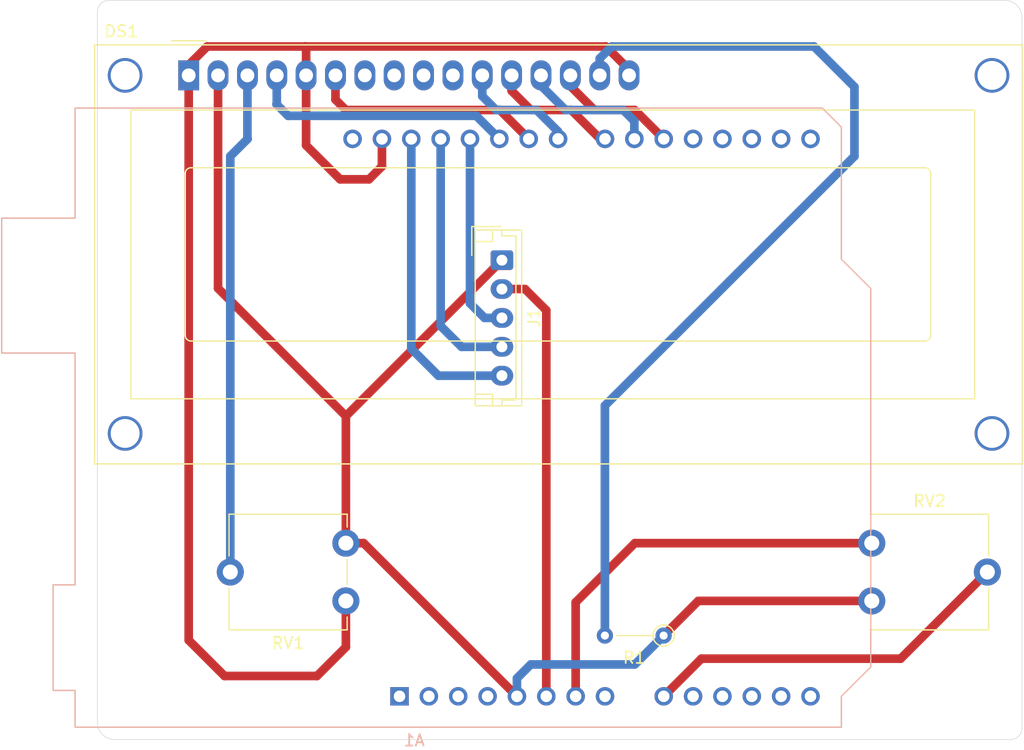
<source format=kicad_pcb>
(kicad_pcb (version 20241229) (generator "pcbnew") (generator_version "9.0")
  (layers (0 "F.Cu" signal) (2 "B.Cu" signal) (13 "F.Paste" user) (15 "B.Paste" user) (5 "F.SilkS" user "F.Silkscreen") (7 "B.SilkS" user "B.Silkscreen") (1 "F.Mask" user) (3 "B.Mask" user) (25 "Edge.Cuts" user))
  (net 0 "")
  (net 2 "Net-(A1-D13)")
  (net 4 "Net-(A1-D9)")
  (net 6 "Net-(A1-GND-Pad7)")
  (net 10 "Net-(A1-D8)")
  (net 15 "Net-(A1-D10)")
  (net 16 "Net-(A1-+5V)")
  (net 17 "Net-(A1-A0)")
  (net 19 "Net-(A1-D11)")
  (net 20 "Net-(DS1-LED(-))")
  (net 23 "Net-(J1-Pin_2)")
  (net 24 "Net-(A1-D12)")
  (net 30 "Net-(DS1-VO)")
  (net 31 "Net-(DS1-LED(+))")
  (net 32 "Net-(A1-D7)")
  (net 33 "Net-(A1-D6)")
  (net 34 "Net-(A1-D5)")
  (footprint "Connector_JST:JST_EH_B5B-EH-A_1x05_P2.50mm_Vertical" (layer "F.Cu") (at 82 115 -90)
    (property "Reference" "J1" (at 5 -2.8 90) (layer "F.SilkS"))
    (property "Value" "Conn_01x05_Pin")
    (fp_line (start -2.91 2.61) (end -0.41 2.61) (stroke (width 0.12)) (layer "F.SilkS"))
    (fp_line (start -2.61 0.81) (end -1.61 0.81) (stroke (width 0.12)) (layer "F.SilkS"))
    (fp_line (start -1.61 0.81) (end -1.61 2.31) (stroke (width 0.12)) (layer "F.SilkS"))
    (fp_line (start 11.61 0.81) (end 11.61 2.31) (stroke (width 0.12)) (layer "F.SilkS"))
    (fp_line (start 12.61 0.81) (end 11.61 0.81) (stroke (width 0.12)) (layer "F.SilkS"))
    (fp_line (start -2.91 0.11) (end -2.91 2.61) (stroke (width 0.12)) (layer "F.SilkS"))
    (fp_line (start -2.61 0) (end -2.11 0) (stroke (width 0.12)) (layer "F.SilkS"))
    (fp_line (start -2.11 0) (end -2.11 -1.21) (stroke (width 0.12)) (layer "F.SilkS"))
    (fp_line (start 12.11 0) (end 12.61 0) (stroke (width 0.12)) (layer "F.SilkS"))
    (fp_line (start -2.11 -1.21) (end 12.11 -1.21) (stroke (width 0.12)) (layer "F.SilkS"))
    (fp_line (start 12.11 -1.21) (end 12.11 0) (stroke (width 0.12)) (layer "F.SilkS"))
    (fp_rect (start -2.61 -1.71) (end 12.61 2.31) (stroke (width 0.12)) (fill no) (layer "F.SilkS"))
    (pad "1" thru_hole roundrect (at 0 0 270) (size 1.7 1.95) (drill 0.95) (layers "*.Cu" "*.Mask") (roundrect_rratio 0.147059) (net 16 "Net-(A1-+5V)"))
    (pad "2" thru_hole oval (at 2.5 0 270) (size 1.7 1.95) (drill 0.95) (layers "*.Cu" "*.Mask") (net 23 "Net-(J1-Pin_2)"))
    (pad "3" thru_hole oval (at 5 0 270) (size 1.7 1.95) (drill 0.95) (layers "*.Cu" "*.Mask") (net 19 "Net-(A1-D11)"))
    (pad "4" thru_hole oval (at 7.5 0 270) (size 1.7 1.95) (drill 0.95) (layers "*.Cu" "*.Mask") (net 24 "Net-(A1-D12)"))
    (pad "5" thru_hole oval (at 10 0 270) (size 1.7 1.95) (drill 0.95) (layers "*.Cu" "*.Mask") (net 2 "Net-(A1-D13)"))
  )
  (footprint "Display:WC1602A" (layer "F.Cu") (at 54.9 99)
    (property "Reference" "DS1" (at -5.82 -3.81 0) (layer "F.SilkS"))
    (property "Value" "WC1602A")
    (fp_line (start -8.14 -2.64) (end -8.14 33.64) (stroke (width 0.12)) (layer "F.SilkS"))
    (fp_line (start -8.14 33.64) (end 72.14 33.64) (stroke (width 0.12)) (layer "F.SilkS"))
    (fp_line (start -8.13 -2.64) (end -7.34 -2.64) (stroke (width 0.12)) (layer "F.SilkS"))
    (fp_line (start -5 3) (end 68 3) (stroke (width 0.12)) (layer "F.SilkS"))
    (fp_line (start -5 28) (end -5 3) (stroke (width 0.12)) (layer "F.SilkS"))
    (fp_line (start -1.5 -3) (end 1.5 -3) (stroke (width 0.12)) (layer "F.SilkS"))
    (fp_line (start -0.29972 22.49932) (end -0.29972 8.5) (stroke (width 0.12)) (layer "F.SilkS"))
    (fp_line (start 0.2 8) (end 63.7 8) (stroke (width 0.12)) (layer "F.SilkS"))
    (fp_line (start 63.70066 23) (end 0.2 23) (stroke (width 0.12)) (layer "F.SilkS"))
    (fp_line (start 64.2 8.5) (end 64.2 22.5) (stroke (width 0.12)) (layer "F.SilkS"))
    (fp_line (start 68 3) (end 68 28) (stroke (width 0.12)) (layer "F.SilkS"))
    (fp_line (start 68 28) (end -5 28) (stroke (width 0.12)) (layer "F.SilkS"))
    (fp_line (start 72.14 -2.64) (end -7.34 -2.64) (stroke (width 0.12)) (layer "F.SilkS"))
    (fp_line (start 72.14 33.64) (end 72.14 -2.64) (stroke (width 0.12)) (layer "F.SilkS"))
    (fp_arc (start -0.29972 8.49884) (mid -0.153162 8.145018) (end 0.20066 7.99846) (stroke (width 0.12)) (layer "F.SilkS"))
    (fp_arc (start 0.20066 22.9997) (mid -0.153162 22.853142) (end -0.29972 22.49932) (stroke (width 0.12)) (layer "F.SilkS"))
    (fp_arc (start 63.7 8) (mid 64.053553 8.146447) (end 64.2 8.5) (stroke (width 0.12)) (layer "F.SilkS"))
    (fp_arc (start 64.20104 22.49932) (mid 64.054482 22.853142) (end 63.70066 22.9997) (stroke (width 0.12)) (layer "F.SilkS"))
    (pad "" thru_hole circle (at -5.4991 0) (size 3 3) (drill 2.5) (layers "*.Cu" "*.Mask"))
    (pad "" thru_hole circle (at -5.4991 31.0007) (size 3 3) (drill 2.5) (layers "*.Cu" "*.Mask"))
    (pad "" thru_hole circle (at 69.49948 31.0007) (size 3 3) (drill 2.5) (layers "*.Cu" "*.Mask"))
    (pad "" thru_hole circle (at 69.5 0) (size 3 3) (drill 2.5) (layers "*.Cu" "*.Mask"))
    (pad "1" thru_hole rect (at 0 0) (size 1.8 2.6) (drill 1.2) (layers "*.Cu" "*.Mask") (net 20 "Net-(DS1-LED(-))"))
    (pad "2" thru_hole oval (at 2.54 0) (size 1.8 2.6) (drill 1.2) (layers "*.Cu" "*.Mask") (net 16 "Net-(A1-+5V)"))
    (pad "3" thru_hole oval (at 5.08 0) (size 1.8 2.6) (drill 1.2) (layers "*.Cu" "*.Mask") (net 30 "Net-(DS1-VO)"))
    (pad "4" thru_hole oval (at 7.62 0) (size 1.8 2.6) (drill 1.2) (layers "*.Cu" "*.Mask") (net 15 "Net-(A1-D10)"))
    (pad "5" thru_hole oval (at 10.16 0) (size 1.8 2.6) (drill 1.2) (layers "*.Cu" "*.Mask") (net 20 "Net-(DS1-LED(-))"))
    (pad "6" thru_hole oval (at 12.7 0) (size 1.8 2.6) (drill 1.2) (layers "*.Cu" "*.Mask") (net 4 "Net-(A1-D9)"))
    (pad "7" thru_hole oval (at 15.24 0) (size 1.8 2.6) (drill 1.2) (layers "*.Cu" "*.Mask"))
    (pad "8" thru_hole oval (at 17.78 0) (size 1.8 2.6) (drill 1.2) (layers "*.Cu" "*.Mask"))
    (pad "9" thru_hole oval (at 20.32 0) (size 1.8 2.6) (drill 1.2) (layers "*.Cu" "*.Mask"))
    (pad "10" thru_hole oval (at 22.86 0) (size 1.8 2.6) (drill 1.2) (layers "*.Cu" "*.Mask"))
    (pad "11" thru_hole oval (at 25.4 0) (size 1.8 2.6) (drill 1.2) (layers "*.Cu" "*.Mask") (net 10 "Net-(A1-D8)"))
    (pad "12" thru_hole oval (at 27.94 0) (size 1.8 2.6) (drill 1.2) (layers "*.Cu" "*.Mask") (net 32 "Net-(A1-D7)"))
    (pad "13" thru_hole oval (at 30.48 0) (size 1.8 2.6) (drill 1.2) (layers "*.Cu" "*.Mask") (net 33 "Net-(A1-D6)"))
    (pad "14" thru_hole oval (at 33.02 0) (size 1.8 2.6) (drill 1.2) (layers "*.Cu" "*.Mask") (net 34 "Net-(A1-D5)"))
    (pad "15" thru_hole oval (at 35.56 0) (size 1.8 2.6) (drill 1.2) (layers "*.Cu" "*.Mask") (net 31 "Net-(DS1-LED(+))"))
    (pad "16" thru_hole oval (at 38.1 0) (size 1.8 2.6) (drill 1.2) (layers "*.Cu" "*.Mask") (net 20 "Net-(DS1-LED(-))"))
  )
  (footprint "Potentiometer_THT:Potentiometer_ACP_CA9-V10_Vertical" (layer "F.Cu") (at 68.5 139.5 180)
    (property "Reference" "RV1" (at 5 -8.65 0) (layer "F.SilkS"))
    (property "Value" "R_Potentiometer")
    (fp_line (start 10.11 2.51) (end -0.11 2.51) (stroke (width 0.12)) (layer "F.SilkS"))
    (fp_line (start 10.11 -1.104) (end 10.11 2.51) (stroke (width 0.12)) (layer "F.SilkS"))
    (fp_line (start 10.11 -7.51) (end 10.11 -3.896) (stroke (width 0.12)) (layer "F.SilkS"))
    (fp_line (start -0.11 2.51) (end -0.11 1.396) (stroke (width 0.12)) (layer "F.SilkS"))
    (fp_line (start -0.11 -1.396) (end -0.11 -3.604) (stroke (width 0.12)) (layer "F.SilkS"))
    (fp_line (start -0.11 -6.396) (end -0.11 -7.51) (stroke (width 0.12)) (layer "F.SilkS"))
    (fp_line (start -0.11 -7.51) (end 10.11 -7.51) (stroke (width 0.12)) (layer "F.SilkS"))
    (pad "1" thru_hole circle (at 0 0 180) (size 2.34 2.34) (drill 1.3) (layers "*.Cu" "*.Mask") (net 16 "Net-(A1-+5V)"))
    (pad "2" thru_hole circle (at 10 -2.5 180) (size 2.34 2.34) (drill 1.3) (layers "*.Cu" "*.Mask") (net 30 "Net-(DS1-VO)"))
    (pad "3" thru_hole circle (at 0 -5 180) (size 2.34 2.34) (drill 1.3) (layers "*.Cu" "*.Mask") (net 20 "Net-(DS1-LED(-))"))
  )
  (footprint "Resistor_THT:R_Axial_DIN0204_L3.6mm_D1.6mm_P5.08mm_Vertical" (layer "F.Cu") (at 95.99 147.5 180)
    (property "Reference" "R1" (at 2.54 -1.92 0) (layer "F.SilkS"))
    (property "Value" "220")
    (fp_line (start 0.92 0) (end 4.08 0) (stroke (width 0.12)) (layer "F.SilkS"))
    (fp_circle (center 0 0) (end 0.92 0) (stroke (width 0.12)) (fill no) (layer "F.SilkS"))
    (pad "1" thru_hole circle (at 0 0 180) (size 1.4 1.4) (drill 0.7) (layers "*.Cu" "*.Mask") (net 16 "Net-(A1-+5V)"))
    (pad "2" thru_hole circle (at 5.08 0 180) (size 1.4 1.4) (drill 0.7) (layers "*.Cu" "*.Mask") (net 31 "Net-(DS1-LED(+))"))
  )
  (footprint "Potentiometer_THT:Potentiometer_ACP_CA9-V10_Vertical" (layer "F.Cu") (at 114 144.5)
    (property "Reference" "RV2" (at 5 -8.65 0) (layer "F.SilkS"))
    (property "Value" "R_Potentiometer")
    (fp_line (start -0.11 -7.51) (end 10.11 -7.51) (stroke (width 0.12)) (layer "F.SilkS"))
    (fp_line (start -0.11 -6.396) (end -0.11 -7.51) (stroke (width 0.12)) (layer "F.SilkS"))
    (fp_line (start -0.11 -1.396) (end -0.11 -3.604) (stroke (width 0.12)) (layer "F.SilkS"))
    (fp_line (start -0.11 2.51) (end -0.11 1.396) (stroke (width 0.12)) (layer "F.SilkS"))
    (fp_line (start 10.11 -7.51) (end 10.11 -3.896) (stroke (width 0.12)) (layer "F.SilkS"))
    (fp_line (start 10.11 -1.104) (end 10.11 2.51) (stroke (width 0.12)) (layer "F.SilkS"))
    (fp_line (start 10.11 2.51) (end -0.11 2.51) (stroke (width 0.12)) (layer "F.SilkS"))
    (pad "1" thru_hole circle (at 0 0) (size 2.34 2.34) (drill 1.3) (layers "*.Cu" "*.Mask") (net 16 "Net-(A1-+5V)"))
    (pad "2" thru_hole circle (at 10 -2.5) (size 2.34 2.34) (drill 1.3) (layers "*.Cu" "*.Mask") (net 17 "Net-(A1-A0)"))
    (pad "3" thru_hole circle (at 0 -5) (size 2.34 2.34) (drill 1.3) (layers "*.Cu" "*.Mask") (net 6 "Net-(A1-GND-Pad7)"))
  )
  (footprint "Module:Arduino_UNO_R2" (layer "B.Cu") (at 73.14 152.76)
    (property "Reference" "A1" (at 1.27 3.81 0) (layer "B.SilkS") (effects (justify mirror)))
    (property "Value" "Arduino_UNO_R2")
    (fp_line (start -34.42 -41.4) (end -28.07 -41.4) (stroke (width 0.12)) (layer "B.SilkS"))
    (fp_line (start -34.42 -29.72) (end -34.42 -41.4) (stroke (width 0.12)) (layer "B.SilkS"))
    (fp_line (start -29.97 -9.65) (end -28.07 -9.65) (stroke (width 0.12)) (layer "B.SilkS"))
    (fp_line (start -29.97 -0.51) (end -29.97 -9.65) (stroke (width 0.12)) (layer "B.SilkS"))
    (fp_line (start -28.07 -50.93) (end 36.58 -50.93) (stroke (width 0.12)) (layer "B.SilkS"))
    (fp_line (start -28.07 -41.4) (end -28.07 -50.93) (stroke (width 0.12)) (layer "B.SilkS"))
    (fp_line (start -28.07 -29.72) (end -34.42 -29.72) (stroke (width 0.12)) (layer "B.SilkS"))
    (fp_line (start -28.07 -9.65) (end -28.07 -29.72) (stroke (width 0.12)) (layer "B.SilkS"))
    (fp_line (start -28.07 -0.51) (end -29.97 -0.51) (stroke (width 0.12)) (layer "B.SilkS"))
    (fp_line (start -28.07 2.67) (end -28.07 -0.51) (stroke (width 0.12)) (layer "B.SilkS"))
    (fp_line (start 36.58 -50.93) (end 38.23 -49.28) (stroke (width 0.12)) (layer "B.SilkS"))
    (fp_line (start 38.23 -49.28) (end 38.23 -37.85) (stroke (width 0.12)) (layer "B.SilkS"))
    (fp_line (start 38.23 -37.85) (end 40.77 -35.31) (stroke (width 0.12)) (layer "B.SilkS"))
    (fp_line (start 38.23 0) (end 38.23 2.67) (stroke (width 0.12)) (layer "B.SilkS"))
    (fp_line (start 38.23 2.67) (end -28.07 2.67) (stroke (width 0.12)) (layer "B.SilkS"))
    (fp_line (start 40.77 -35.31) (end 40.77 -2.54) (stroke (width 0.12)) (layer "B.SilkS"))
    (fp_line (start 40.77 -2.54) (end 38.23 0) (stroke (width 0.12)) (layer "B.SilkS"))
    (pad "1" thru_hole rect (at 0 0 270) (size 1.6 1.6) (drill 1) (layers "*.Cu" "*.Mask"))
    (pad "2" thru_hole oval (at 2.54 0 270) (size 1.6 1.6) (drill 1) (layers "*.Cu" "*.Mask"))
    (pad "3" thru_hole oval (at 5.08 0 270) (size 1.6 1.6) (drill 1) (layers "*.Cu" "*.Mask"))
    (pad "4" thru_hole oval (at 7.62 0 270) (size 1.6 1.6) (drill 1) (layers "*.Cu" "*.Mask"))
    (pad "5" thru_hole oval (at 10.16 0 270) (size 1.6 1.6) (drill 1) (layers "*.Cu" "*.Mask") (net 16 "Net-(A1-+5V)"))
    (pad "6" thru_hole oval (at 12.7 0 270) (size 1.6 1.6) (drill 1) (layers "*.Cu" "*.Mask") (net 23 "Net-(J1-Pin_2)"))
    (pad "7" thru_hole oval (at 15.24 0 270) (size 1.6 1.6) (drill 1) (layers "*.Cu" "*.Mask") (net 6 "Net-(A1-GND-Pad7)"))
    (pad "8" thru_hole oval (at 17.78 0 270) (size 1.6 1.6) (drill 1) (layers "*.Cu" "*.Mask"))
    (pad "9" thru_hole oval (at 22.86 0 270) (size 1.6 1.6) (drill 1) (layers "*.Cu" "*.Mask") (net 17 "Net-(A1-A0)"))
    (pad "10" thru_hole oval (at 25.4 0 270) (size 1.6 1.6) (drill 1) (layers "*.Cu" "*.Mask"))
    (pad "11" thru_hole oval (at 27.94 0 270) (size 1.6 1.6) (drill 1) (layers "*.Cu" "*.Mask"))
    (pad "12" thru_hole oval (at 30.48 0 270) (size 1.6 1.6) (drill 1) (layers "*.Cu" "*.Mask"))
    (pad "13" thru_hole oval (at 33.02 0 270) (size 1.6 1.6) (drill 1) (layers "*.Cu" "*.Mask"))
    (pad "14" thru_hole oval (at 35.56 0 270) (size 1.6 1.6) (drill 1) (layers "*.Cu" "*.Mask"))
    (pad "15" thru_hole oval (at 35.56 -48.26 270) (size 1.6 1.6) (drill 1) (layers "*.Cu" "*.Mask"))
    (pad "16" thru_hole oval (at 33.02 -48.26 270) (size 1.6 1.6) (drill 1) (layers "*.Cu" "*.Mask"))
    (pad "17" thru_hole oval (at 30.48 -48.26 270) (size 1.6 1.6) (drill 1) (layers "*.Cu" "*.Mask"))
    (pad "18" thru_hole oval (at 27.94 -48.26 270) (size 1.6 1.6) (drill 1) (layers "*.Cu" "*.Mask"))
    (pad "19" thru_hole oval (at 25.4 -48.26 270) (size 1.6 1.6) (drill 1) (layers "*.Cu" "*.Mask"))
    (pad "20" thru_hole oval (at 22.86 -48.26 270) (size 1.6 1.6) (drill 1) (layers "*.Cu" "*.Mask") (net 34 "Net-(A1-D5)"))
    (pad "21" thru_hole oval (at 20.32 -48.26 270) (size 1.6 1.6) (drill 1) (layers "*.Cu" "*.Mask") (net 33 "Net-(A1-D6)"))
    (pad "22" thru_hole oval (at 17.78 -48.26 270) (size 1.6 1.6) (drill 1) (layers "*.Cu" "*.Mask") (net 32 "Net-(A1-D7)"))
    (pad "23" thru_hole oval (at 13.72 -48.26 270) (size 1.6 1.6) (drill 1) (layers "*.Cu" "*.Mask") (net 10 "Net-(A1-D8)"))
    (pad "24" thru_hole oval (at 11.18 -48.26 270) (size 1.6 1.6) (drill 1) (layers "*.Cu" "*.Mask") (net 4 "Net-(A1-D9)"))
    (pad "25" thru_hole oval (at 8.64 -48.26 270) (size 1.6 1.6) (drill 1) (layers "*.Cu" "*.Mask") (net 15 "Net-(A1-D10)"))
    (pad "26" thru_hole oval (at 6.1 -48.26 270) (size 1.6 1.6) (drill 1) (layers "*.Cu" "*.Mask") (net 19 "Net-(A1-D11)"))
    (pad "27" thru_hole oval (at 3.56 -48.26 270) (size 1.6 1.6) (drill 1) (layers "*.Cu" "*.Mask") (net 24 "Net-(A1-D12)"))
    (pad "28" thru_hole oval (at 1.02 -48.26 270) (size 1.6 1.6) (drill 1) (layers "*.Cu" "*.Mask") (net 2 "Net-(A1-D13)"))
    (pad "29" thru_hole oval (at -1.52 -48.26 270) (size 1.6 1.6) (drill 1) (layers "*.Cu" "*.Mask") (net 20 "Net-(DS1-LED(-))"))
    (pad "30" thru_hole oval (at -4.06 -48.26 270) (size 1.6 1.6) (drill 1) (layers "*.Cu" "*.Mask"))
  )
  (gr_arc (start 125.5 92.5) (mid 126.56066 92.93934) (end 127 94) (stroke (width 0.05)) (layer "Edge.Cuts"))
  (gr_arc (start 48.5 156.5) (mid 47.43934 156.06066) (end 47 155) (stroke (width 0.05)) (layer "Edge.Cuts"))
  (gr_arc (start 127 155.5) (mid 126.707107 156.207107) (end 126 156.5) (stroke (width 0.05)) (layer "Edge.Cuts"))
  (gr_line (start 125.5 92.5) (end 48 92.5) (stroke (width 0.05)) (layer "Edge.Cuts"))
  (gr_line (start 126 156.5) (end 48.5 156.5) (stroke (width 0.05)) (layer "Edge.Cuts"))
  (gr_arc (start 47 93.5) (mid 47.292893 92.792893) (end 48 92.5) (stroke (width 0.05)) (layer "Edge.Cuts"))
  (gr_line (start 127 94) (end 127 155.5) (stroke (width 0.05)) (layer "Edge.Cuts"))
  (gr_line (start 47 155) (end 47 93.5) (stroke (width 0.05)) (layer "Edge.Cuts"))
  (segment (start 74.16 122.66) (end 76.5 125) (width 0.75) (layer "B.Cu") (net 2))
  (segment (start 76.5 125) (end 82 125) (width 0.75) (layer "B.Cu") (net 2))
  (segment (start 74.16 104.5) (end 74.16 122.66) (width 0.75) (layer "B.Cu") (net 2))
  (segment (start 67.6 101.1) (end 68.5 102) (width 0.75) (layer "F.Cu") (net 4))
  (segment (start 67.6 99) (end 67.6 101.1) (width 0.75) (layer "F.Cu") (net 4))
  (segment (start 81.82 102) (end 84.32 104.5) (width 0.75) (layer "F.Cu") (net 4))
  (segment (start 68.5 102) (end 81.82 102) (width 0.75) (layer "F.Cu") (net 4))
  (segment (start 88.38 144.62) (end 93.5 139.5) (width 0.75) (layer "F.Cu") (net 6))
  (segment (start 93.5 139.5) (end 114 139.5) (width 0.75) (layer "F.Cu") (net 6))
  (segment (start 88.38 152.76) (end 88.38 144.62) (width 0.75) (layer "F.Cu") (net 6))
  (segment (start 85 102) (end 81.5 102) (width 0.75) (layer "B.Cu") (net 10))
  (segment (start 81.5 102) (end 80.3 100.8) (width 0.75) (layer "B.Cu") (net 10))
  (segment (start 86.86 103.86) (end 85 102) (width 0.75) (layer "B.Cu") (net 10))
  (segment (start 86.86 104.5) (end 86.86 103.86) (width 0.75) (layer "B.Cu") (net 10))
  (segment (start 80.3 100.8) (end 80.3 99) (width 0.75) (layer "B.Cu") (net 10))
  (segment (start 62.52 99) (end 62.52 101.48) (width 0.75) (layer "B.Cu") (net 15))
  (segment (start 63.5 102.5) (end 79.78 102.5) (width 0.75) (layer "B.Cu") (net 15))
  (segment (start 62.5 101.5) (end 63.5 102.5) (width 0.75) (layer "B.Cu") (net 15))
  (segment (start 79.78 102.5) (end 81.78 104.5) (width 0.75) (layer "B.Cu") (net 15))
  (segment (start 62.52 101.48) (end 62.5 101.5) (width 0.75) (layer "B.Cu") (net 15))
  (segment (start 57.44 99) (end 57.44 117.44) (width 0.75) (layer "F.Cu") (net 16))
  (segment (start 98.99 144.5) (end 114 144.5) (width 0.75) (layer "F.Cu") (net 16))
  (segment (start 68.5 128.5) (end 82 115) (width 0.75) (layer "F.Cu") (net 16))
  (segment (start 70.04 139.5) (end 83.3 152.76) (width 0.75) (layer "F.Cu") (net 16))
  (segment (start 68.5 139.5) (end 68.5 128.5) (width 0.75) (layer "F.Cu") (net 16))
  (segment (start 68.5 139.5) (end 70.04 139.5) (width 0.75) (layer "F.Cu") (net 16))
  (segment (start 95.99 147.5) (end 98.99 144.5) (width 0.75) (layer "F.Cu") (net 16))
  (segment (start 57.44 117.44) (end 68.5 128.5) (width 0.75) (layer "F.Cu") (net 16))
  (segment (start 84.5 150) (end 83.3 151.2) (width 0.75) (layer "B.Cu") (net 16))
  (segment (start 95.99 147.5) (end 95.99 147.51) (width 0.75) (layer "B.Cu") (net 16))
  (segment (start 95.99 147.51) (end 93.5 150) (width 0.75) (layer "B.Cu") (net 16))
  (segment (start 93.5 150) (end 84.5 150) (width 0.75) (layer "B.Cu") (net 16))
  (segment (start 83.3 151.2) (end 83.3 152.76) (width 0.75) (layer "B.Cu") (net 16))
  (segment (start 116.5 149.5) (end 124 142) (width 0.75) (layer "F.Cu") (net 17))
  (segment (start 99.26 149.5) (end 116.5 149.5) (width 0.75) (layer "F.Cu") (net 17))
  (segment (start 96 152.76) (end 99.26 149.5) (width 0.75) (layer "F.Cu") (net 17))
  (segment (start 79.24 118.74) (end 80.5 120) (width 0.75) (layer "B.Cu") (net 19))
  (segment (start 80.5 120) (end 82 120) (width 0.75) (layer "B.Cu") (net 19))
  (segment (start 79.24 104.5) (end 79.24 118.74) (width 0.75) (layer "B.Cu") (net 19))
  (segment (start 70.5 108) (end 68 108) (width 0.75) (layer "F.Cu") (net 20))
  (segment (start 66 151) (end 68.5 148.5) (width 0.75) (layer "F.Cu") (net 20))
  (segment (start 93 98.5) (end 93 99) (width 0.75) (layer "F.Cu") (net 20))
  (segment (start 54.9 99) (end 54.9 147.9) (width 0.75) (layer "F.Cu") (net 20))
  (segment (start 68 108) (end 65.06 105.06) (width 0.75) (layer "F.Cu") (net 20))
  (segment (start 54.9 147.9) (end 58 151) (width 0.75) (layer "F.Cu") (net 20))
  (segment (start 71.62 106.88) (end 70.5 108) (width 0.75) (layer "F.Cu") (net 20))
  (segment (start 54.9 98.1) (end 56.5 96.5) (width 0.75) (layer "F.Cu") (net 20))
  (segment (start 58 151) (end 66 151) (width 0.75) (layer "F.Cu") (net 20))
  (segment (start 54.9 99) (end 54.9 98.1) (width 0.75) (layer "F.Cu") (net 20))
  (segment (start 91 96.5) (end 93 98.5) (width 0.75) (layer "F.Cu") (net 20))
  (segment (start 71.62 104.5) (end 71.62 106.88) (width 0.75) (layer "F.Cu") (net 20))
  (segment (start 65 96.5) (end 91 96.5) (width 0.75) (layer "F.Cu") (net 20))
  (segment (start 65.06 105.06) (end 65.06 99) (width 0.75) (layer "F.Cu") (net 20))
  (segment (start 65.06 99) (end 65.06 96.56) (width 0.75) (layer "F.Cu") (net 20))
  (segment (start 56.5 96.5) (end 65 96.5) (width 0.75) (layer "F.Cu") (net 20))
  (segment (start 65.06 96.56) (end 65 96.5) (width 0.75) (layer "F.Cu") (net 20))
  (segment (start 68.5 148.5) (end 68.5 144.5) (width 0.75) (layer "F.Cu") (net 20))
  (segment (start 84 117.5) (end 82 117.5) (width 0.75) (layer "F.Cu") (net 23))
  (segment (start 85.84 152.76) (end 85.84 119.34) (width 0.75) (layer "F.Cu") (net 23))
  (segment (start 85.84 119.34) (end 84 117.5) (width 0.75) (layer "F.Cu") (net 23))
  (segment (start 76.7 120.7) (end 78.5 122.5) (width 0.75) (layer "B.Cu") (net 24))
  (segment (start 76.7 104.5) (end 76.7 120.7) (width 0.75) (layer "B.Cu") (net 24))
  (segment (start 78.5 122.5) (end 82 122.5) (width 0.75) (layer "B.Cu") (net 24))
  (segment (start 58.5 106) (end 60 104.5) (width 0.75) (layer "B.Cu") (net 30))
  (segment (start 60 104.5) (end 59.98 104.48) (width 0.75) (layer "B.Cu") (net 30))
  (segment (start 59.98 104.48) (end 59.98 99) (width 0.75) (layer "B.Cu") (net 30))
  (segment (start 58.5 142) (end 58.5 106) (width 0.75) (layer "B.Cu") (net 30))
  (segment (start 90.46 97.54) (end 90.46 99) (width 0.75) (layer "B.Cu") (net 31))
  (segment (start 90.91 127.59) (end 112.5 106) (width 0.75) (layer "B.Cu") (net 31))
  (segment (start 90.91 147.5) (end 90.91 127.59) (width 0.75) (layer "B.Cu") (net 31))
  (segment (start 109 96.5) (end 91.5 96.5) (width 0.75) (layer "B.Cu") (net 31))
  (segment (start 112.5 100) (end 109 96.5) (width 0.75) (layer "B.Cu") (net 31))
  (segment (start 91.5 96.5) (end 90.46 97.54) (width 0.75) (layer "B.Cu") (net 31))
  (segment (start 112.5 106) (end 112.5 100) (width 0.75) (layer "B.Cu") (net 31))
  (segment (start 88 102) (end 84.5 102) (width 0.75) (layer "F.Cu") (net 32))
  (segment (start 90.5 104.5) (end 88 102) (width 0.75) (layer "F.Cu") (net 32))
  (segment (start 84.5 102) (end 82.84 100.34) (width 0.75) (layer "F.Cu") (net 32))
  (segment (start 90.92 104.5) (end 90.5 104.5) (width 0.75) (layer "F.Cu") (net 32))
  (segment (start 82.84 100.34) (end 82.84 99) (width 0.75) (layer "F.Cu") (net 32))
  (segment (start 85.38 99.88) (end 87.5 102) (width 0.75) (layer "B.Cu") (net 33))
  (segment (start 85.38 99) (end 85.38 99.88) (width 0.75) (layer "B.Cu") (net 33))
  (segment (start 92.5 102) (end 93.46 102.96) (width 0.75) (layer "B.Cu") (net 33))
  (segment (start 93.46 102.96) (end 93.46 104.5) (width 0.75) (layer "B.Cu") (net 33))
  (segment (start 87.5 102) (end 92.5 102) (width 0.75) (layer "B.Cu") (net 33))
  (segment (start 90 102) (end 93.5 102) (width 0.75) (layer "F.Cu") (net 34))
  (segment (start 87.92 99) (end 87.92 99.92) (width 0.75) (layer "F.Cu") (net 34))
  (segment (start 93.5 102) (end 96 104.5) (width 0.75) (layer "F.Cu") (net 34))
  (segment (start 87.92 99.92) (end 90 102) (width 0.75) (layer "F.Cu") (net 34))
)
</source>
